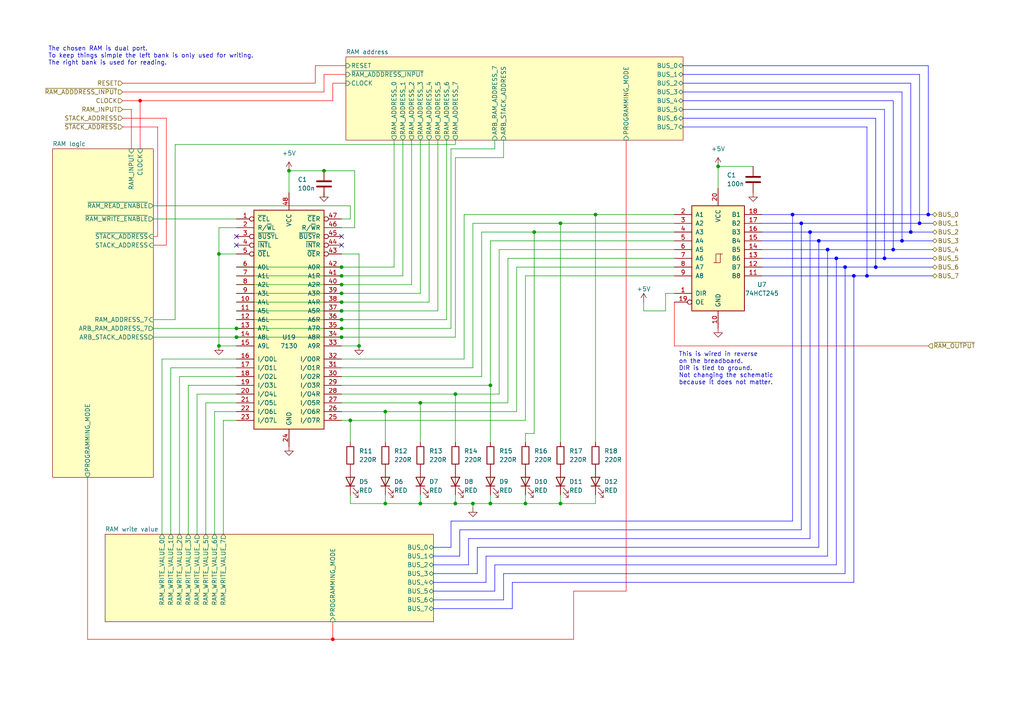
<source format=kicad_sch>
(kicad_sch (version 20230121) (generator eeschema)
  (paper "A4")
  (title_block (title "8-bit CPU") (date "2023-11-28") (rev "1.0") (company "TBR Designs"))
  (lib_symbols
    (symbol "01_my_library:7130SA/LA" (pin_names (offset 1.016))
      (property "Reference" "U" (at 0 0 0))
      (property "Value" "7130SA/LA" (at 0 2.54 0))
      (symbol "7130SA/LA_0_1"
        (rectangle (start -10.16 30.48) (end 10.16 -33.02) (stroke (width 0.254)) (fill (type background)))
      )
      (symbol "7130SA/LA_1_0"
        (pin input line (at -15.24 25.4 0) (length 5.07) (name "R/~{W}L") (number "2"))
      )
      (symbol "7130SA/LA_1_1"
        (pin input inverted (at -15.24 27.94 0) (length 5.07) (name "~{CE}L") (number "1"))
        (pin input line (at -15.24 3.81 0) (length 5.07) (name "A4L") (number "10"))
        (pin input line (at -15.24 1.27 0) (length 5.07) (name "A5L") (number "11"))
        (pin input line (at -15.24 -1.27 0) (length 5.07) (name "A6L") (number "12"))
        (pin input line (at -15.24 -3.81 0) (length 5.07) (name "A7L") (number "13"))
        (pin input line (at -15.24 -6.35 0) (length 5.07) (name "A8L") (number "14"))
        (pin input line (at -15.24 -8.89 0) (length 5.07) (name "A9L") (number "15"))
        (pin bidirectional line (at -15.24 -12.7 0) (length 5.07) (name "I/O0L") (number "16"))
        (pin bidirectional line (at -15.24 -15.24 0) (length 5.07) (name "I/O1L") (number "17"))
        (pin bidirectional line (at -15.24 -17.78 0) (length 5.07) (name "I/O2L") (number "18"))
        (pin bidirectional line (at -15.24 -20.32 0) (length 5.07) (name "I/O3L") (number "19"))
        (pin bidirectional line (at -15.24 -22.86 0) (length 5.07) (name "I/O4L") (number "20"))
        (pin bidirectional line (at -15.24 -25.4 0) (length 5.07) (name "I/O5L") (number "21"))
        (pin bidirectional line (at -15.24 -27.94 0) (length 5.07) (name "I/O6L") (number "22"))
        (pin bidirectional line (at -15.24 -30.48 0) (length 5.07) (name "I/O7L") (number "23"))
        (pin power_in line (at 0 -38.1 90) (length 5.07) (name "GND") (number "24"))
        (pin bidirectional line (at 15.24 -30.48 180) (length 5.07) (name "I/O7R") (number "25"))
        (pin bidirectional line (at 15.24 -27.94 180) (length 5.07) (name "I/O6R") (number "26"))
        (pin bidirectional line (at 15.24 -25.4 180) (length 5.07) (name "I/O5R") (number "27"))
        (pin bidirectional line (at 15.24 -22.86 180) (length 5.07) (name "I/O4R") (number "28"))
        (pin bidirectional line (at 15.24 -20.32 180) (length 5.07) (name "I/O3R") (number "29"))
        (pin output inverted (at -15.24 22.86 0) (length 5.07) (name "~{BUSY}L") (number "3"))
        (pin bidirectional line (at 15.24 -17.78 180) (length 5.07) (name "I/O2R") (number "30"))
        (pin bidirectional line (at 15.24 -15.24 180) (length 5.07) (name "I/O1R") (number "31"))
        (pin bidirectional line (at 15.24 -12.7 180) (length 5.07) (name "I/O0R") (number "32"))
        (pin input line (at 15.24 -8.89 180) (length 5.07) (name "A9R") (number "33"))
        (pin input line (at 15.24 -6.35 180) (length 5.07) (name "A8R") (number "34"))
        (pin input line (at 15.24 -3.81 180) (length 5.07) (name "A7R") (number "35"))
        (pin input line (at 15.24 -1.27 180) (length 5.07) (name "A6R") (number "36"))
        (pin input line (at 15.24 1.27 180) (length 5.07) (name "A5R") (number "37"))
        (pin input line (at 15.24 3.81 180) (length 5.07) (name "A4R") (number "38"))
        (pin input line (at 15.24 6.35 180) (length 5.07) (name "A3R") (number "39"))
        (pin output inverted (at -15.24 20.32 0) (length 5.07) (name "~{INT}L") (number "4"))
        (pin input line (at 15.24 8.89 180) (length 5.07) (name "A2R") (number "40"))
        (pin input line (at 15.24 11.43 180) (length 5.07) (name "A1R") (number "41"))
        (pin input line (at 15.24 13.97 180) (length 5.07) (name "A0R") (number "42"))
        (pin input inverted (at 15.24 17.78 180) (length 5.07) (name "~{OE}R") (number "43"))
        (pin output inverted (at 15.24 20.32 180) (length 5.07) (name "~{INT}R") (number "44"))
        (pin output inverted (at 15.24 22.86 180) (length 5.07) (name "~{BUSY}R") (number "45"))
        (pin input line (at 15.24 25.4 180) (length 5.07) (name "R/~{W}R") (number "46"))
        (pin input inverted (at 15.24 27.94 180) (length 5.07) (name "~{CE}R") (number "47"))
        (pin power_in line (at 0 35.56 270) (length 5.07) (name "VCC") (number "48"))
        (pin input inverted (at -15.24 17.78 0) (length 5.07) (name "~{OE}L") (number "5"))
        (pin input line (at -15.24 13.97 0) (length 5.07) (name "A0L") (number "6"))
        (pin input line (at -15.24 11.43 0) (length 5.07) (name "A1L") (number "7"))
        (pin input line (at -15.24 8.89 0) (length 5.07) (name "A2L") (number "8"))
        (pin input line (at -15.24 6.35 0) (length 5.07) (name "A3L") (number "9"))
      )
    )
    (symbol "01_my_library:74HCT245" (pin_names (offset 1.016))
      (property "Reference" "U" (at -7.62 16.51 0))
      (property "Value" "74HCT245" (at -7.62 -17.78 0))
      (symbol "74HCT245_1_0"
        (polyline (pts (xy -0.635 -1.27) (xy -0.635 1.27) (xy 0.635 1.27)))
        (polyline (pts (xy -1.27 -1.27) (xy 0.635 -1.27) (xy 0.635 1.27) (xy 1.27 1.27)))
        (pin input line (at -12.7 -10.16 0) (length 5.08) (name "DIR") (number "1"))
        (pin power_in line (at 0 -20.32 90) (length 5.08) (name "GND") (number "10"))
        (pin tri_state line (at 12.7 -5.08 180) (length 5.08) (name "B8") (number "11"))
        (pin tri_state line (at 12.7 -2.54 180) (length 5.08) (name "B7") (number "12"))
        (pin tri_state line (at 12.7 0 180) (length 5.08) (name "B6") (number "13"))
        (pin tri_state line (at 12.7 2.54 180) (length 5.08) (name "B5") (number "14"))
        (pin tri_state line (at 12.7 5.08 180) (length 5.08) (name "B4") (number "15"))
        (pin tri_state line (at 12.7 7.62 180) (length 5.08) (name "B3") (number "16"))
        (pin tri_state line (at 12.7 10.16 180) (length 5.08) (name "B2") (number "17"))
        (pin tri_state line (at 12.7 12.7 180) (length 5.08) (name "B1") (number "18"))
        (pin input inverted (at -12.7 -12.7 0) (length 5.08) (name "OE") (number "19"))
        (pin tri_state line (at -12.7 12.7 0) (length 5.08) (name "A1") (number "2"))
        (pin power_in line (at 0 20.32 270) (length 5.08) (name "VCC") (number "20"))
        (pin tri_state line (at -12.7 10.16 0) (length 5.08) (name "A2") (number "3"))
        (pin tri_state line (at -12.7 7.62 0) (length 5.08) (name "A3") (number "4"))
        (pin tri_state line (at -12.7 5.08 0) (length 5.08) (name "A4") (number "5"))
        (pin tri_state line (at -12.7 2.54 0) (length 5.08) (name "A5") (number "6"))
        (pin tri_state line (at -12.7 0 0) (length 5.08) (name "A6") (number "7"))
        (pin tri_state line (at -12.7 -2.54 0) (length 5.08) (name "A7") (number "8"))
        (pin tri_state line (at -12.7 -5.08 0) (length 5.08) (name "A8") (number "9"))
      )
      (symbol "74HCT245_1_1"
        (rectangle (start -7.62 15.24) (end 7.62 -15.24) (stroke (width 0.254)) (fill (type background)))
      )
    )
    (symbol "Device:C" (pin_numbers hide) (pin_names (offset 0.254))
      (property "Reference" "C" (at 0.635 2.54 0))
      (property "Value" "C" (at 0.635 -2.54 0))
      (symbol "C_0_1"
        (polyline (pts (xy -2.032 -0.762) (xy 2.032 -0.762)) (stroke (width 0.508)))
        (polyline (pts (xy -2.032 0.762) (xy 2.032 0.762)) (stroke (width 0.508)))
      )
      (symbol "C_1_1"
        (pin passive line (at 0 3.81 270) (length 2.794) (name "~") (number "1"))
        (pin passive line (at 0 -3.81 90) (length 2.794) (name "~") (number "2"))
      )
    )
    (symbol "Device:LED" (pin_numbers hide) (pin_names (offset 1.016) hide)
      (property "Reference" "D" (at 0 2.54 0))
      (property "Value" "LED" (at 0 -2.54 0))
      (symbol "LED_0_1"
        (polyline (pts (xy -1.27 -1.27) (xy -1.27 1.27)) (stroke (width 0.254)))
        (polyline (pts (xy -1.27 0) (xy 1.27 0)))
        (polyline (pts (xy 1.27 -1.27) (xy 1.27 1.27) (xy -1.27 0) (xy 1.27 -1.27)) (stroke (width 0.254)))
        (polyline (pts (xy -3.048 -0.762) (xy -4.572 -2.286) (xy -3.81 -2.286) (xy -4.572 -2.286) (xy -4.572 -1.524)))
        (polyline (pts (xy -1.778 -0.762) (xy -3.302 -2.286) (xy -2.54 -2.286) (xy -3.302 -2.286) (xy -3.302 -1.524)))
      )
      (symbol "LED_1_1"
        (pin passive line (at -3.81 0 0) (length 2.54) (name "K") (number "1"))
        (pin passive line (at 3.81 0 180) (length 2.54) (name "A") (number "2"))
      )
    )
    (symbol "Device:R" (pin_numbers hide) (pin_names (offset 0))
      (property "Reference" "R" (at 2.032 0 90))
      (property "Value" "R" (at 0 0 90))
      (symbol "R_0_1"
        (rectangle (start -1.016 -2.54) (end 1.016 2.54) (stroke (width 0.254)))
      )
      (symbol "R_1_1"
        (pin passive line (at 0 3.81 270) (length 1.27) (name "~") (number "1"))
        (pin passive line (at 0 -3.81 90) (length 1.27) (name "~") (number "2"))
      )
    )
    (symbol "power:+5V" (power) (pin_names (offset 0))
      (property "Value" "+5V" (at 0 3.556 0))
      (symbol "+5V_0_1"
        (polyline (pts (xy -0.762 1.27) (xy 0 2.54)))
        (polyline (pts (xy 0 0) (xy 0 2.54)))
        (polyline (pts (xy 0 2.54) (xy 0.762 1.27)))
      )
      (symbol "+5V_1_1"
        (pin power_in line (at 0 0 90) (length 0) hide (name "+5V") (number "1"))
      )
    )
    (symbol "power:GND" (power) (pin_names (offset 0))
      (property "Value" "GND" (at 0 -3.81 0))
      (symbol "GND_0_1"
        (polyline (pts (xy 0 0) (xy 0 -1.27) (xy 1.27 -1.27) (xy 0 -2.54) (xy -1.27 -1.27) (xy 0 -1.27)))
      )
      (symbol "GND_1_1"
        (pin power_in line (at 0 0 270) (length 0) hide (name "GND") (number "1"))
      )
    )
  )
  (junction (at 142.24 111.76))
  (junction (at 99.06 82.55))
  (junction (at 256.54 74.93) (color 0 0 255 1))
  (junction (at 121.92 146.05))
  (junction (at 40.64 29.21) (color 255 0 0 1))
  (junction (at 111.76 146.05))
  (junction (at 63.5 73.66))
  (junction (at 99.06 85.09))
  (junction (at 83.82 49.53))
  (junction (at 93.98 49.53))
  (junction (at 63.5 100.33))
  (junction (at 99.06 95.25))
  (junction (at 247.65 80.01) (color 0 0 255 1))
  (junction (at 251.46 80.01) (color 0 0 255 1))
  (junction (at 99.06 97.79))
  (junction (at 154.94 67.31))
  (junction (at 104.14 100.33))
  (junction (at 99.06 92.71))
  (junction (at 111.76 119.38))
  (junction (at 101.6 121.92))
  (junction (at 245.11 77.47) (color 0 0 255 1))
  (junction (at 68.58 97.79))
  (junction (at 269.24 62.23) (color 0 0 255 1))
  (junction (at 172.72 62.23))
  (junction (at 234.95 67.31) (color 0 0 255 1))
  (junction (at 99.06 80.01))
  (junction (at 99.06 77.47))
  (junction (at 264.16 67.31) (color 0 0 255 1))
  (junction (at 121.92 116.84))
  (junction (at 99.06 90.17))
  (junction (at 259.08 72.39) (color 0 0 255 1))
  (junction (at 96.52 185.42) (color 255 0 0 1))
  (junction (at 242.57 74.93) (color 0 0 255 1))
  (junction (at 162.56 64.77))
  (junction (at 229.87 62.23) (color 0 0 255 1))
  (junction (at 232.41 64.77) (color 0 0 255 1))
  (junction (at 68.58 95.25))
  (junction (at 132.08 114.3))
  (junction (at 237.49 69.85) (color 0 0 255 1))
  (junction (at 99.06 87.63))
  (junction (at 152.4 146.05))
  (junction (at 266.7 64.77) (color 0 0 255 1))
  (junction (at 142.24 146.05))
  (junction (at 132.08 146.05))
  (junction (at 254 77.47) (color 0 0 255 1))
  (junction (at 137.16 146.05))
  (junction (at 162.56 146.05))
  (junction (at 240.03 72.39) (color 0 0 255 1))
  (junction (at 208.28 48.26))
  (junction (at 261.62 69.85) (color 0 0 255 1))
  (no_connect (at 68.58 68.58))
  (no_connect (at 99.06 71.12))
  (no_connect (at 68.58 71.12))
  (no_connect (at 99.06 68.58))
  (wire (pts (xy 124.46 40.64) (xy 124.46 87.63)))
  (wire (pts (xy 240.03 72.39) (xy 259.08 72.39)) (stroke (width 0) (color 0 0 255 1)))
  (wire (pts (xy 121.92 116.84) (xy 121.92 128.27)))
  (wire (pts (xy 50.8 41.91) (xy 132.08 41.91)))
  (wire (pts (xy 121.92 116.84) (xy 99.06 116.84)))
  (wire (pts (xy 48.26 34.29) (xy 48.26 71.12)) (stroke (width 0) (color 255 0 0 1)))
  (wire (pts (xy 91.44 24.13) (xy 35.56 24.13)) (stroke (width 0) (color 255 0 0 1)))
  (wire (pts (xy 152.4 146.05) (xy 152.4 143.51)))
  (wire (pts (xy 93.98 26.67) (xy 35.56 26.67)) (stroke (width 0) (color 255 0 0 1)))
  (wire (pts (xy 127 90.17) (xy 99.06 90.17)))
  (wire (pts (xy 195.58 80.01) (xy 152.4 80.01)))
  (wire (pts (xy 247.65 80.01) (xy 251.46 80.01)) (stroke (width 0) (color 0 0 255 1)))
  (wire (pts (xy 254 34.29) (xy 254 77.47)) (stroke (width 0) (color 0 0 255 1)))
  (wire (pts (xy 142.24 111.76) (xy 99.06 111.76)))
  (wire (pts (xy 35.56 36.83) (xy 45.72 36.83)) (stroke (width 0) (color 255 0 0 1)))
  (wire (pts (xy 101.6 121.92) (xy 99.06 121.92)))
  (wire (pts (xy 181.61 171.45) (xy 166.37 171.45)) (stroke (width 0) (color 255 0 0 1)))
  (wire (pts (xy 220.98 72.39) (xy 240.03 72.39)) (stroke (width 0) (color 0 0 255 1)))
  (wire (pts (xy 125.73 176.53) (xy 148.59 176.53)) (stroke (width 0) (color 0 0 255 1)))
  (wire (pts (xy 162.56 64.77) (xy 162.56 128.27)))
  (wire (pts (xy 198.12 36.83) (xy 251.46 36.83)) (stroke (width 0) (color 0 0 255 1)))
  (wire (pts (xy 25.4 138.43) (xy 25.4 185.42)) (stroke (width 0) (color 255 0 0 1)))
  (wire (pts (xy 64.77 121.92) (xy 64.77 154.94)))
  (wire (pts (xy 146.05 45.72) (xy 132.08 45.72)))
  (wire (pts (xy 129.54 92.71) (xy 99.06 92.71)))
  (wire (pts (xy 111.76 146.05) (xy 111.76 143.51)))
  (wire (pts (xy 44.45 63.5) (xy 68.58 63.5)))
  (wire (pts (xy 232.41 64.77) (xy 266.7 64.77)) (stroke (width 0) (color 0 0 255 1)))
  (wire (pts (xy 130.81 151.13) (xy 229.87 151.13)) (stroke (width 0) (color 0 0 255 1)))
  (wire (pts (xy 99.06 104.14) (xy 134.62 104.14)))
  (wire (pts (xy 220.98 77.47) (xy 245.11 77.47)) (stroke (width 0) (color 0 0 255 1)))
  (wire (pts (xy 195.58 74.93) (xy 147.32 74.93)))
  (wire (pts (xy 121.92 40.64) (xy 121.92 85.09)))
  (wire (pts (xy 52.07 109.22) (xy 52.07 154.94)))
  (wire (pts (xy 44.45 92.71) (xy 50.8 92.71)))
  (wire (pts (xy 198.12 19.05) (xy 269.24 19.05)) (stroke (width 0) (color 0 0 255 1)))
  (wire (pts (xy 229.87 62.23) (xy 269.24 62.23)) (stroke (width 0) (color 0 0 255 1)))
  (wire (pts (xy 135.89 156.21) (xy 234.95 156.21)) (stroke (width 0) (color 0 0 255 1)))
  (wire (pts (xy 130.81 95.25) (xy 99.06 95.25)))
  (wire (pts (xy 208.28 48.26) (xy 218.44 48.26)))
  (wire (pts (xy 111.76 119.38) (xy 149.86 119.38)))
  (wire (pts (xy 132.08 40.64) (xy 132.08 41.91)))
  (wire (pts (xy 121.92 85.09) (xy 99.06 85.09)))
  (wire (pts (xy 68.58 87.63) (xy 99.06 87.63)))
  (wire (pts (xy 240.03 72.39) (xy 240.03 161.29)) (stroke (width 0) (color 0 0 255 1)))
  (wire (pts (xy 125.73 171.45) (xy 143.51 171.45)) (stroke (width 0) (color 0 0 255 1)))
  (wire (pts (xy 220.98 64.77) (xy 232.41 64.77)) (stroke (width 0) (color 0 0 255 1)))
  (wire (pts (xy 140.97 168.91) (xy 140.97 161.29)) (stroke (width 0) (color 0 0 255 1)))
  (wire (pts (xy 111.76 119.38) (xy 111.76 128.27)))
  (wire (pts (xy 146.05 40.64) (xy 146.05 45.72)))
  (wire (pts (xy 135.89 163.83) (xy 135.89 156.21)) (stroke (width 0) (color 0 0 255 1)))
  (wire (pts (xy 134.62 62.23) (xy 172.72 62.23)))
  (wire (pts (xy 68.58 111.76) (xy 54.61 111.76)))
  (wire (pts (xy 259.08 29.21) (xy 259.08 72.39)) (stroke (width 0) (color 0 0 255 1)))
  (wire (pts (xy 186.69 90.17) (xy 186.69 87.63)))
  (wire (pts (xy 100.33 21.59) (xy 93.98 21.59)) (stroke (width 0) (color 255 0 0 1)))
  (wire (pts (xy 35.56 29.21) (xy 40.64 29.21)) (stroke (width 0) (color 255 0 0 1)))
  (wire (pts (xy 99.06 66.04) (xy 102.87 66.04)))
  (wire (pts (xy 68.58 114.3) (xy 57.15 114.3)))
  (wire (pts (xy 132.08 45.72) (xy 132.08 97.79)))
  (wire (pts (xy 142.24 146.05) (xy 152.4 146.05)))
  (wire (pts (xy 237.49 69.85) (xy 237.49 158.75)) (stroke (width 0) (color 0 0 255 1)))
  (wire (pts (xy 38.1 31.75) (xy 38.1 43.18)) (stroke (width 0) (color 255 0 0 1)))
  (wire (pts (xy 208.28 54.61) (xy 208.28 48.26)))
  (wire (pts (xy 137.16 147.32) (xy 137.16 146.05)))
  (wire (pts (xy 68.58 73.66) (xy 63.5 73.66)))
  (wire (pts (xy 251.46 80.01) (xy 270.51 80.01)) (stroke (width 0) (color 0 0 255 1)))
  (wire (pts (xy 68.58 116.84) (xy 59.69 116.84)))
  (wire (pts (xy 101.6 63.5) (xy 99.06 63.5)))
  (wire (pts (xy 62.23 119.38) (xy 62.23 154.94)))
  (wire (pts (xy 68.58 100.33) (xy 63.5 100.33)))
  (wire (pts (xy 254 77.47) (xy 270.51 77.47)) (stroke (width 0) (color 0 0 255 1)))
  (wire (pts (xy 133.35 161.29) (xy 133.35 153.67)) (stroke (width 0) (color 0 0 255 1)))
  (wire (pts (xy 100.33 19.05) (xy 91.44 19.05)) (stroke (width 0) (color 255 0 0 1)))
  (wire (pts (xy 130.81 158.75) (xy 130.81 151.13)) (stroke (width 0) (color 0 0 255 1)))
  (wire (pts (xy 124.46 87.63) (xy 99.06 87.63)))
  (wire (pts (xy 63.5 66.04) (xy 63.5 73.66)))
  (wire (pts (xy 104.14 73.66) (xy 104.14 100.33)))
  (wire (pts (xy 46.99 104.14) (xy 46.99 154.94)))
  (wire (pts (xy 125.73 158.75) (xy 130.81 158.75)) (stroke (width 0) (color 0 0 255 1)))
  (wire (pts (xy 232.41 64.77) (xy 232.41 153.67)) (stroke (width 0) (color 0 0 255 1)))
  (wire (pts (xy 269.24 62.23) (xy 269.24 19.05)) (stroke (width 0) (color 0 0 255 1)))
  (wire (pts (xy 44.45 97.79) (xy 68.58 97.79)))
  (wire (pts (xy 125.73 168.91) (xy 140.97 168.91)) (stroke (width 0) (color 0 0 255 1)))
  (wire (pts (xy 144.78 72.39) (xy 195.58 72.39)))
  (wire (pts (xy 198.12 34.29) (xy 254 34.29)) (stroke (width 0) (color 0 0 255 1)))
  (wire (pts (xy 193.04 85.09) (xy 195.58 85.09)))
  (wire (pts (xy 125.73 173.99) (xy 146.05 173.99)) (stroke (width 0) (color 0 0 255 1)))
  (wire (pts (xy 181.61 40.64) (xy 181.61 171.45)) (stroke (width 0) (color 255 0 0 1)))
  (wire (pts (xy 146.05 173.99) (xy 146.05 166.37)) (stroke (width 0) (color 0 0 255 1)))
  (wire (pts (xy 68.58 95.25) (xy 99.06 95.25)))
  (wire (pts (xy 152.4 146.05) (xy 162.56 146.05)))
  (wire (pts (xy 68.58 97.79) (xy 99.06 97.79)))
  (wire (pts (xy 198.12 29.21) (xy 259.08 29.21)) (stroke (width 0) (color 0 0 255 1)))
  (wire (pts (xy 143.51 40.64) (xy 143.51 43.18)))
  (wire (pts (xy 134.62 104.14) (xy 134.62 62.23)))
  (wire (pts (xy 111.76 146.05) (xy 121.92 146.05)))
  (wire (pts (xy 132.08 146.05) (xy 132.08 143.51)))
  (wire (pts (xy 149.86 119.38) (xy 149.86 77.47)))
  (wire (pts (xy 44.45 95.25) (xy 68.58 95.25)))
  (wire (pts (xy 99.06 119.38) (xy 111.76 119.38)))
  (wire (pts (xy 198.12 31.75) (xy 256.54 31.75)) (stroke (width 0) (color 0 0 255 1)))
  (wire (pts (xy 102.87 66.04) (xy 102.87 49.53)))
  (wire (pts (xy 132.08 146.05) (xy 137.16 146.05)))
  (wire (pts (xy 99.06 82.55) (xy 119.38 82.55)))
  (wire (pts (xy 147.32 74.93) (xy 147.32 116.84)))
  (wire (pts (xy 245.11 77.47) (xy 254 77.47)) (stroke (width 0) (color 0 0 255 1)))
  (wire (pts (xy 152.4 128.27) (xy 152.4 125.73)))
  (wire (pts (xy 35.56 34.29) (xy 48.26 34.29)) (stroke (width 0) (color 255 0 0 1)))
  (wire (pts (xy 68.58 92.71) (xy 99.06 92.71)))
  (wire (pts (xy 143.51 163.83) (xy 242.57 163.83)) (stroke (width 0) (color 0 0 255 1)))
  (wire (pts (xy 137.16 64.77) (xy 137.16 106.68)))
  (wire (pts (xy 54.61 111.76) (xy 54.61 154.94)))
  (wire (pts (xy 242.57 74.93) (xy 242.57 163.83)) (stroke (width 0) (color 0 0 255 1)))
  (wire (pts (xy 99.06 73.66) (xy 104.14 73.66)))
  (wire (pts (xy 237.49 69.85) (xy 261.62 69.85)) (stroke (width 0) (color 0 0 255 1)))
  (wire (pts (xy 91.44 19.05) (xy 91.44 24.13)) (stroke (width 0) (color 255 0 0 1)))
  (wire (pts (xy 142.24 146.05) (xy 142.24 143.51)))
  (wire (pts (xy 162.56 146.05) (xy 172.72 146.05)))
  (wire (pts (xy 261.62 26.67) (xy 261.62 69.85)) (stroke (width 0) (color 0 0 255 1)))
  (wire (pts (xy 198.12 26.67) (xy 261.62 26.67)) (stroke (width 0) (color 0 0 255 1)))
  (wire (pts (xy 50.8 41.91) (xy 50.8 92.71)))
  (wire (pts (xy 220.98 74.93) (xy 242.57 74.93)) (stroke (width 0) (color 0 0 255 1)))
  (wire (pts (xy 99.06 100.33) (xy 104.14 100.33)))
  (wire (pts (xy 125.73 161.29) (xy 133.35 161.29)) (stroke (width 0) (color 0 0 255 1)))
  (wire (pts (xy 101.6 59.69) (xy 101.6 63.5)))
  (wire (pts (xy 68.58 106.68) (xy 49.53 106.68)))
  (wire (pts (xy 247.65 168.91) (xy 247.65 80.01)) (stroke (width 0) (color 0 0 255 1)))
  (wire (pts (xy 138.43 158.75) (xy 237.49 158.75)) (stroke (width 0) (color 0 0 255 1)))
  (wire (pts (xy 259.08 72.39) (xy 270.51 72.39)) (stroke (width 0) (color 0 0 255 1)))
  (wire (pts (xy 234.95 67.31) (xy 264.16 67.31)) (stroke (width 0) (color 0 0 255 1)))
  (wire (pts (xy 220.98 62.23) (xy 229.87 62.23)) (stroke (width 0) (color 0 0 255 1)))
  (wire (pts (xy 129.54 40.64) (xy 129.54 92.71)))
  (wire (pts (xy 195.58 87.63) (xy 195.58 100.33)) (stroke (width 0) (color 255 0 0 1)))
  (wire (pts (xy 99.06 114.3) (xy 132.08 114.3)))
  (wire (pts (xy 130.81 43.18) (xy 130.81 95.25)))
  (wire (pts (xy 40.64 29.21) (xy 40.64 43.18)) (stroke (width 0) (color 255 0 0 1)))
  (wire (pts (xy 59.69 116.84) (xy 59.69 154.94)))
  (wire (pts (xy 148.59 176.53) (xy 148.59 168.91)) (stroke (width 0) (color 0 0 255 1)))
  (wire (pts (xy 198.12 24.13) (xy 264.16 24.13)) (stroke (width 0) (color 0 0 255 1)))
  (wire (pts (xy 68.58 109.22) (xy 52.07 109.22)))
  (wire (pts (xy 269.24 100.33) (xy 195.58 100.33)) (stroke (width 0) (color 255 0 0 1)))
  (wire (pts (xy 100.33 24.13) (xy 96.52 24.13)) (stroke (width 0) (color 255 0 0 1)))
  (wire (pts (xy 256.54 31.75) (xy 256.54 74.93)) (stroke (width 0) (color 0 0 255 1)))
  (wire (pts (xy 162.56 64.77) (xy 137.16 64.77)))
  (wire (pts (xy 143.51 171.45) (xy 143.51 163.83)) (stroke (width 0) (color 0 0 255 1)))
  (wire (pts (xy 25.4 185.42) (xy 96.52 185.42)) (stroke (width 0) (color 255 0 0 1)))
  (wire (pts (xy 101.6 121.92) (xy 101.6 128.27)))
  (wire (pts (xy 195.58 69.85) (xy 142.24 69.85)))
  (wire (pts (xy 68.58 119.38) (xy 62.23 119.38)))
  (wire (pts (xy 142.24 69.85) (xy 142.24 111.76)))
  (wire (pts (xy 99.06 80.01) (xy 116.84 80.01)))
  (wire (pts (xy 63.5 73.66) (xy 63.5 100.33)))
  (wire (pts (xy 114.3 77.47) (xy 114.3 40.64)))
  (wire (pts (xy 166.37 171.45) (xy 166.37 185.42)) (stroke (width 0) (color 255 0 0 1)))
  (wire (pts (xy 116.84 80.01) (xy 116.84 40.64)))
  (wire (pts (xy 44.45 59.69) (xy 101.6 59.69)))
  (wire (pts (xy 99.06 109.22) (xy 139.7 109.22)))
  (wire (pts (xy 48.26 71.12) (xy 44.45 71.12)) (stroke (width 0) (color 255 0 0 1)))
  (wire (pts (xy 121.92 146.05) (xy 121.92 143.51)))
  (wire (pts (xy 186.69 90.17) (xy 193.04 90.17)))
  (wire (pts (xy 68.58 80.01) (xy 99.06 80.01)))
  (wire (pts (xy 266.7 64.77) (xy 270.51 64.77)) (stroke (width 0) (color 0 0 255 1)))
  (wire (pts (xy 83.82 49.53) (xy 93.98 49.53)))
  (wire (pts (xy 99.06 106.68) (xy 137.16 106.68)))
  (wire (pts (xy 57.15 114.3) (xy 57.15 154.94)))
  (wire (pts (xy 139.7 67.31) (xy 154.94 67.31)))
  (wire (pts (xy 149.86 77.47) (xy 195.58 77.47)))
  (wire (pts (xy 152.4 121.92) (xy 101.6 121.92)))
  (wire (pts (xy 142.24 111.76) (xy 142.24 128.27)))
  (wire (pts (xy 193.04 90.17) (xy 193.04 85.09)))
  (wire (pts (xy 261.62 69.85) (xy 270.51 69.85)) (stroke (width 0) (color 0 0 255 1)))
  (wire (pts (xy 220.98 80.01) (xy 247.65 80.01)) (stroke (width 0) (color 0 0 255 1)))
  (wire (pts (xy 140.97 161.29) (xy 240.03 161.29)) (stroke (width 0) (color 0 0 255 1)))
  (wire (pts (xy 68.58 121.92) (xy 64.77 121.92)))
  (wire (pts (xy 132.08 97.79) (xy 99.06 97.79)))
  (wire (pts (xy 245.11 77.47) (xy 245.11 166.37)) (stroke (width 0) (color 0 0 255 1)))
  (wire (pts (xy 132.08 114.3) (xy 144.78 114.3)))
  (wire (pts (xy 220.98 67.31) (xy 234.95 67.31)) (stroke (width 0) (color 0 0 255 1)))
  (wire (pts (xy 264.16 24.13) (xy 264.16 67.31)) (stroke (width 0) (color 0 0 255 1)))
  (wire (pts (xy 242.57 74.93) (xy 256.54 74.93)) (stroke (width 0) (color 0 0 255 1)))
  (wire (pts (xy 152.4 125.73) (xy 154.94 125.73)))
  (wire (pts (xy 251.46 36.83) (xy 251.46 80.01)) (stroke (width 0) (color 0 0 255 1)))
  (wire (pts (xy 146.05 166.37) (xy 245.11 166.37)) (stroke (width 0) (color 0 0 255 1)))
  (wire (pts (xy 266.7 21.59) (xy 266.7 64.77)) (stroke (width 0) (color 0 0 255 1)))
  (wire (pts (xy 101.6 146.05) (xy 101.6 143.51)))
  (wire (pts (xy 220.98 69.85) (xy 237.49 69.85)) (stroke (width 0) (color 0 0 255 1)))
  (wire (pts (xy 270.51 62.23) (xy 269.24 62.23)) (stroke (width 0) (color 0 0 255 1)))
  (wire (pts (xy 93.98 55.88) (xy 93.98 57.15)))
  (wire (pts (xy 45.72 68.58) (xy 44.45 68.58)) (stroke (width 0) (color 255 0 0 1)))
  (wire (pts (xy 93.98 21.59) (xy 93.98 26.67)) (stroke (width 0) (color 255 0 0 1)))
  (wire (pts (xy 96.52 185.42) (xy 96.52 180.34)) (stroke (width 0) (color 255 0 0 1)))
  (wire (pts (xy 96.52 29.21) (xy 40.64 29.21)) (stroke (width 0) (color 255 0 0 1)))
  (wire (pts (xy 195.58 64.77) (xy 162.56 64.77)))
  (wire (pts (xy 154.94 67.31) (xy 195.58 67.31)))
  (wire (pts (xy 133.35 153.67) (xy 232.41 153.67)) (stroke (width 0) (color 0 0 255 1)))
  (wire (pts (xy 137.16 146.05) (xy 142.24 146.05)))
  (wire (pts (xy 172.72 62.23) (xy 195.58 62.23)))
  (wire (pts (xy 139.7 109.22) (xy 139.7 67.31)))
  (wire (pts (xy 125.73 166.37) (xy 138.43 166.37)) (stroke (width 0) (color 0 0 255 1)))
  (wire (pts (xy 172.72 146.05) (xy 172.72 143.51)))
  (wire (pts (xy 93.98 49.53) (xy 102.87 49.53)))
  (wire (pts (xy 148.59 168.91) (xy 247.65 168.91)) (stroke (width 0) (color 0 0 255 1)))
  (wire (pts (xy 125.73 163.83) (xy 135.89 163.83)) (stroke (width 0) (color 0 0 255 1)))
  (wire (pts (xy 119.38 82.55) (xy 119.38 40.64)))
  (wire (pts (xy 256.54 74.93) (xy 270.51 74.93)) (stroke (width 0) (color 0 0 255 1)))
  (wire (pts (xy 68.58 77.47) (xy 99.06 77.47)))
  (wire (pts (xy 127 40.64) (xy 127 90.17)))
  (wire (pts (xy 166.37 185.42) (xy 96.52 185.42)) (stroke (width 0) (color 255 0 0 1)))
  (wire (pts (xy 68.58 66.04) (xy 63.5 66.04)))
  (wire (pts (xy 198.12 21.59) (xy 266.7 21.59)) (stroke (width 0) (color 0 0 255 1)))
  (wire (pts (xy 45.72 36.83) (xy 45.72 68.58)) (stroke (width 0) (color 255 0 0 1)))
  (wire (pts (xy 147.32 116.84) (xy 121.92 116.84)))
  (wire (pts (xy 96.52 24.13) (xy 96.52 29.21)) (stroke (width 0) (color 255 0 0 1)))
  (wire (pts (xy 99.06 77.47) (xy 114.3 77.47)))
  (wire (pts (xy 162.56 146.05) (xy 162.56 143.51)))
  (wire (pts (xy 68.58 90.17) (xy 99.06 90.17)))
  (wire (pts (xy 143.51 43.18) (xy 130.81 43.18)))
  (wire (pts (xy 132.08 114.3) (xy 132.08 128.27)))
  (wire (pts (xy 101.6 146.05) (xy 111.76 146.05)))
  (wire (pts (xy 121.92 146.05) (xy 132.08 146.05)))
  (wire (pts (xy 144.78 114.3) (xy 144.78 72.39)))
  (wire (pts (xy 68.58 104.14) (xy 46.99 104.14)))
  (wire (pts (xy 264.16 67.31) (xy 270.51 67.31)) (stroke (width 0) (color 0 0 255 1)))
  (wire (pts (xy 83.82 49.53) (xy 83.82 55.88)))
  (wire (pts (xy 229.87 151.13) (xy 229.87 62.23)) (stroke (width 0) (color 0 0 255 1)))
  (wire (pts (xy 234.95 67.31) (xy 234.95 156.21)) (stroke (width 0) (color 0 0 255 1)))
  (wire (pts (xy 49.53 106.68) (xy 49.53 154.94)))
  (wire (pts (xy 172.72 62.23) (xy 172.72 128.27)))
  (wire (pts (xy 68.58 85.09) (xy 99.06 85.09)))
  (wire (pts (xy 152.4 80.01) (xy 152.4 121.92)))
  (wire (pts (xy 154.94 67.31) (xy 154.94 125.73)))
  (wire (pts (xy 35.56 31.75) (xy 38.1 31.75)) (stroke (width 0) (color 255 0 0 1)))
  (wire (pts (xy 68.58 82.55) (xy 99.06 82.55)))
  (wire (pts (xy 138.43 166.37) (xy 138.43 158.75)) (stroke (width 0) (color 0 0 255 1)))
  (text "This is wired in reverse\non the breadboard.\nDIR is tied to ground.\nNot changing the schematic\nbecause it does not matter." (at 196.85 111.76 0) (effects (font (size 1.27 1.27)) (justify left bottom)))
  (text "The chosen RAM is dual port.\nTo keep things simple the left bank is only used for writing.\nThe right bank is used for reading." (at 13.97 19.05 0) (effects (font (size 1.27 1.27)) (justify left bottom)))
  (hierarchical_label "BUS_1" (shape bidirectional) (at 270.51 64.77 0))
  (hierarchical_label "BUS_6" (shape bidirectional) (at 270.51 77.47 0))
  (hierarchical_label "~{RAM_OUTPUT}" (shape input) (at 269.24 100.33 0))
  (hierarchical_label "BUS_5" (shape bidirectional) (at 270.51 74.93 0))
  (hierarchical_label "RESET" (shape input) (at 35.56 24.13 180))
  (hierarchical_label "BUS_7" (shape bidirectional) (at 270.51 80.01 0))
  (hierarchical_label "STACK_ADDRESS" (shape input) (at 35.56 34.29 180))
  (hierarchical_label "BUS_4" (shape bidirectional) (at 270.51 72.39 0))
  (hierarchical_label "~{STACK_ADDRESS}" (shape input) (at 35.56 36.83 180))
  (hierarchical_label "BUS_2" (shape bidirectional) (at 270.51 67.31 0))
  (hierarchical_label "BUS_0" (shape bidirectional) (at 270.51 62.23 0))
  (hierarchical_label "CLOCK" (shape input) (at 35.56 29.21 180))
  (hierarchical_label "RAM_INPUT" (shape input) (at 35.56 31.75 180))
  (hierarchical_label "~{RAM_ADDDRESS_INPUT}" (shape input) (at 35.56 26.67 180))
  (hierarchical_label "BUS_3" (shape bidirectional) (at 270.51 69.85 0))
  (symbol (lib_id "Device:LED") (at 152.4 139.7 90) (unit 1)
    (property "Reference" "D10" (at 154.94 139.7 90) (effects (justify right)))
    (property "Value" "RED" (at 154.94 142.24 90) (effects (justify right)))
    (property "Footprint" "LED_THT:LED_D5.0mm" (effects hide))
    (instances (project "8-bit-cpu" (path "" (reference "D10") (unit 1)) (path "" (reference "D26") (unit 1)) (path "" (reference "D42") (unit 1))))
  )
  (symbol (lib_id "Device:C") (at 93.98 53.34 0) (unit 1)
    (property "Reference" "C1" (at 86.36 52.07 0) (effects (justify left)))
    (property "Value" "100n" (at 86.36 54.61 0) (effects (justify left)))
    (property "Footprint" "01_my_library:C_Disc_D4.0mm_W2.6mm_P2.50mm" (effects hide))
    (instances (project "8-bit-cpu" (path "" (reference "C1") (unit 1)) (path "" (reference "C34") (unit 1)) (path "" (reference "C25") (unit 1))))
  )
  (symbol (lib_id "power:+5V") (at 186.69 87.63 0) (unit 1)
    (property "Reference" "#PWR040" (effects hide))
    (property "Value" "+5V" (at 186.69 83.82 0))
    (instances (project "8-bit-cpu" (path "" (reference "#PWR040") (unit 1)) (path "" (reference "#PWR046") (unit 1)) (path "" (reference "#PWR057") (unit 1)) (path "" (reference "#PWR081") (unit 1))))
  )
  (symbol (lib_id "power:GND") (at 83.82 129.54 0) (unit 1)
    (property "Reference" "#PWR03" (effects hide))
    (property "Value" "GND" (effects hide))
    (instances (project "8-bit-cpu" (path "" (reference "#PWR03") (unit 1)) (path "" (reference "#PWR039") (unit 1)) (path "" (reference "#PWR047") (unit 1)) (path "" (reference "#PWR058") (unit 1)) (path "" (reference "#PWR085") (unit 1))))
  )
  (symbol (lib_id "Device:LED") (at 142.24 139.7 90) (unit 1)
    (property "Reference" "D9" (at 144.78 139.7 90) (effects (justify right)))
    (property "Value" "RED" (at 144.78 142.24 90) (effects (justify right)))
    (property "Footprint" "LED_THT:LED_D5.0mm" (effects hide))
    (instances (project "8-bit-cpu" (path "" (reference "D9") (unit 1)) (path "" (reference "D25") (unit 1)) (path "" (reference "D41") (unit 1))))
  )
  (symbol (lib_id "Device:LED") (at 162.56 139.7 90) (unit 1)
    (property "Reference" "D11" (at 165.1 139.7 90) (effects (justify right)))
    (property "Value" "RED" (at 165.1 142.24 90) (effects (justify right)))
    (property "Footprint" "LED_THT:LED_D5.0mm" (effects hide))
    (instances (project "8-bit-cpu" (path "" (reference "D11") (unit 1)) (path "" (reference "D27") (unit 1)) (path "" (reference "D43") (unit 1))))
  )
  (symbol (lib_id "01_my_library:7130SA/LA") (at 83.82 91.44 0) (unit 1)
    (property "Reference" "U19" (at 83.82 97.79 0))
    (property "Value" "7130" (at 83.82 100.33 0))
    (property "Footprint" "Package_DIP:DIP-48_W15.24mm" (effects hide))
    (property "Datasheet" "https://www.mouser.be/datasheet/2/698/REN_7130_DST_20210712-1996079.pdf" (effects hide))
  )
  (symbol (lib_id "Device:LED") (at 101.6 139.7 90) (unit 1)
    (property "Reference" "D5" (at 104.14 139.7 90) (effects (justify right)))
    (property "Value" "RED" (at 104.14 142.24 90) (effects (justify right)))
    (property "Footprint" "LED_THT:LED_D5.0mm" (effects hide))
    (instances (project "8-bit-cpu" (path "" (reference "D5") (unit 1)) (path "" (reference "D21") (unit 1)) (path "" (reference "D37") (unit 1))))
  )
  (symbol (lib_id "power:GND") (at 63.5 100.33 0) (unit 1)
    (property "Reference" "#PWR012" (effects hide))
    (property "Value" "GND" (effects hide))
    (instances (project "8-bit-cpu" (path "" (reference "#PWR012") (unit 1)) (path "" (reference "#PWR0107") (unit 1)) (path "" (reference "#PWR083") (unit 1))))
  )
  (symbol (lib_id "Device:R") (at 111.76 132.08 0) (unit 1)
    (property "Reference" "R12" (at 114.3 130.81 0) (effects (justify left)))
    (property "Value" "220R" (at 114.3 133.35 0) (effects (justify left)))
    (property "Footprint" "Resistor_THT:R_Axial_DIN0204_L3.6mm_D1.6mm_P7.62mm_Horizontal" (effects hide))
    (instances (project "8-bit-cpu" (path "" (reference "R12") (unit 1)) (path "" (reference "R36") (unit 1)) (path "" (reference "R52") (unit 1))))
  )
  (symbol (lib_id "power:GND") (at 104.14 100.33 0) (unit 1)
    (property "Reference" "#PWR012" (effects hide))
    (property "Value" "GND" (effects hide))
    (instances (project "8-bit-cpu" (path "" (reference "#PWR012") (unit 1)) (path "" (reference "#PWR0107") (unit 1)) (path "" (reference "#PWR084") (unit 1))))
  )
  (symbol (lib_id "01_my_library:74HCT245") (at 208.28 74.93 0) (unit 1)
    (property "Reference" "U7" (at 220.98 82.55 0))
    (property "Value" "74HCT245" (at 220.98 85.09 0))
    (property "Footprint" "Package_DIP:DIP-20_W7.62mm" (effects hide))
    (property "Datasheet" "https://www.ti.com/lit/ds/symlink/sn74hct245.pdf?ts=1702763405638&ref_url=https%253A%252F%252Fwww.google.com%252F" (effects hide))
    (instances (project "8-bit-cpu" (path "" (reference "U7") (unit 1)) (path "" (reference "U10") (unit 1)) (path "" (reference "U13") (unit 1)) (path "" (reference "U19") (unit 1)) (path "" (reference "U18") (unit 1))))
  )
  (symbol (lib_id "power:GND") (at 137.16 147.32 0) (unit 1)
    (property "Reference" "#PWR045" (effects hide))
    (property "Value" "GND" (effects hide))
    (instances (project "8-bit-cpu" (path "" (reference "#PWR045") (unit 1)) (path "" (reference "#PWR059") (unit 1)) (path "" (reference "#PWR086") (unit 1))))
  )
  (symbol (lib_id "Device:R") (at 172.72 132.08 0) (unit 1)
    (property "Reference" "R18" (at 175.26 130.81 0) (effects (justify left)))
    (property "Value" "220R" (at 175.26 133.35 0) (effects (justify left)))
    (property "Footprint" "Resistor_THT:R_Axial_DIN0204_L3.6mm_D1.6mm_P7.62mm_Horizontal" (effects hide))
    (instances (project "8-bit-cpu" (path "" (reference "R18") (unit 1)) (path "" (reference "R42") (unit 1)) (path "" (reference "R58") (unit 1))))
  )
  (symbol (lib_id "Device:R") (at 101.6 132.08 0) (unit 1)
    (property "Reference" "R11" (at 104.14 130.81 0) (effects (justify left)))
    (property "Value" "220R" (at 104.14 133.35 0) (effects (justify left)))
    (property "Footprint" "Resistor_THT:R_Axial_DIN0204_L3.6mm_D1.6mm_P7.62mm_Horizontal" (effects hide))
    (instances (project "8-bit-cpu" (path "" (reference "R11") (unit 1)) (path "" (reference "R35") (unit 1)) (path "" (reference "R51") (unit 1))))
  )
  (symbol (lib_id "Device:R") (at 142.24 132.08 0) (unit 1)
    (property "Reference" "R15" (at 144.78 130.81 0) (effects (justify left)))
    (property "Value" "220R" (at 144.78 133.35 0) (effects (justify left)))
    (property "Footprint" "Resistor_THT:R_Axial_DIN0204_L3.6mm_D1.6mm_P7.62mm_Horizontal" (effects hide))
    (instances (project "8-bit-cpu" (path "" (reference "R15") (unit 1)) (path "" (reference "R39") (unit 1)) (path "" (reference "R55") (unit 1))))
  )
  (symbol (lib_id "Device:R") (at 162.56 132.08 0) (unit 1)
    (property "Reference" "R17" (at 165.1 130.81 0) (effects (justify left)))
    (property "Value" "220R" (at 165.1 133.35 0) (effects (justify left)))
    (property "Footprint" "Resistor_THT:R_Axial_DIN0204_L3.6mm_D1.6mm_P7.62mm_Horizontal" (effects hide))
    (instances (project "8-bit-cpu" (path "" (reference "R17") (unit 1)) (path "" (reference "R41") (unit 1)) (path "" (reference "R57") (unit 1))))
  )
  (symbol (lib_id "Device:LED") (at 111.76 139.7 90) (unit 1)
    (property "Reference" "D6" (at 114.3 139.7 90) (effects (justify right)))
    (property "Value" "RED" (at 114.3 142.24 90) (effects (justify right)))
    (property "Footprint" "LED_THT:LED_D5.0mm" (effects hide))
    (instances (project "8-bit-cpu" (path "" (reference "D6") (unit 1)) (path "" (reference "D22") (unit 1)) (path "" (reference "D38") (unit 1))))
  )
  (symbol (lib_id "Device:R") (at 121.92 132.08 0) (unit 1)
    (property "Reference" "R13" (at 124.46 130.81 0) (effects (justify left)))
    (property "Value" "220R" (at 124.46 133.35 0) (effects (justify left)))
    (property "Footprint" "Resistor_THT:R_Axial_DIN0204_L3.6mm_D1.6mm_P7.62mm_Horizontal" (effects hide))
    (instances (project "8-bit-cpu" (path "" (reference "R13") (unit 1)) (path "" (reference "R37") (unit 1)) (path "" (reference "R53") (unit 1))))
  )
  (symbol (lib_id "power:GND") (at 93.98 55.88 0) (unit 1)
    (property "Reference" "#PWR012" (effects hide))
    (property "Value" "GND" (effects hide))
    (instances (project "8-bit-cpu" (path "" (reference "#PWR012") (unit 1)) (path "" (reference "#PWR0107") (unit 1)) (path "" (reference "#PWR079") (unit 1))))
  )
  (symbol (lib_id "Device:R") (at 132.08 132.08 0) (unit 1)
    (property "Reference" "R14" (at 134.62 130.81 0) (effects (justify left)))
    (property "Value" "220R" (at 134.62 133.35 0) (effects (justify left)))
    (property "Footprint" "Resistor_THT:R_Axial_DIN0204_L3.6mm_D1.6mm_P7.62mm_Horizontal" (effects hide))
    (instances (project "8-bit-cpu" (path "" (reference "R14") (unit 1)) (path "" (reference "R38") (unit 1)) (path "" (reference "R54") (unit 1))))
  )
  (symbol (lib_id "power:GND") (at 208.28 95.25 0) (unit 1)
    (property "Reference" "#PWR012" (effects hide))
    (property "Value" "GND" (effects hide))
    (instances (project "8-bit-cpu" (path "" (reference "#PWR012") (unit 1)) (path "" (reference "#PWR0107") (unit 1)) (path "" (reference "#PWR082") (unit 1))))
  )
  (symbol (lib_id "Device:LED") (at 132.08 139.7 90) (unit 1)
    (property "Reference" "D8" (at 134.62 139.7 90) (effects (justify right)))
    (property "Value" "RED" (at 134.62 142.24 90) (effects (justify right)))
    (property "Footprint" "LED_THT:LED_D5.0mm" (effects hide))
    (instances (project "8-bit-cpu" (path "" (reference "D8") (unit 1)) (path "" (reference "D24") (unit 1)) (path "" (reference "D40") (unit 1))))
  )
  (symbol (lib_id "power:+5V") (at 83.82 49.53 0) (unit 1)
    (property "Reference" "#PWR07" (effects hide))
    (property "Value" "+5V" (at 83.82 44.45 0))
    (instances (project "8-bit-cpu" (path "" (reference "#PWR07") (unit 1)) (path "" (reference "#PWR0106") (unit 1)) (path "" (reference "#PWR078") (unit 1))))
  )
  (symbol (lib_id "Device:LED") (at 121.92 139.7 90) (unit 1)
    (property "Reference" "D7" (at 124.46 139.7 90) (effects (justify right)))
    (property "Value" "RED" (at 124.46 142.24 90) (effects (justify right)))
    (property "Footprint" "LED_THT:LED_D5.0mm" (effects hide))
    (instances (project "8-bit-cpu" (path "" (reference "D7") (unit 1)) (path "" (reference "D23") (unit 1)) (path "" (reference "D39") (unit 1))))
  )
  (symbol (lib_id "power:GND") (at 218.44 55.88 0) (unit 1)
    (property "Reference" "#PWR012" (effects hide))
    (property "Value" "GND" (effects hide))
    (instances (project "8-bit-cpu" (path "" (reference "#PWR012") (unit 1)) (path "" (reference "#PWR0107") (unit 1)) (path "" (reference "#PWR080") (unit 1))))
  )
  (symbol (lib_id "power:+5V") (at 208.28 48.26 0) (unit 1)
    (property "Reference" "#PWR07" (effects hide))
    (property "Value" "+5V" (at 208.28 43.18 0))
    (instances (project "8-bit-cpu" (path "" (reference "#PWR07") (unit 1)) (path "" (reference "#PWR0106") (unit 1)) (path "" (reference "#PWR077") (unit 1))))
  )
  (symbol (lib_id "Device:LED") (at 172.72 139.7 90) (unit 1)
    (property "Reference" "D12" (at 175.26 139.7 90) (effects (justify right)))
    (property "Value" "RED" (at 175.26 142.24 90) (effects (justify right)))
    (property "Footprint" "LED_THT:LED_D5.0mm" (effects hide))
    (instances (project "8-bit-cpu" (path "" (reference "D12") (unit 1)) (path "" (reference "D28") (unit 1)) (path "" (reference "D44") (unit 1))))
  )
  (symbol (lib_id "Device:R") (at 152.4 132.08 0) (unit 1)
    (property "Reference" "R16" (at 154.94 130.81 0) (effects (justify left)))
    (property "Value" "220R" (at 154.94 133.35 0) (effects (justify left)))
    (property "Footprint" "Resistor_THT:R_Axial_DIN0204_L3.6mm_D1.6mm_P7.62mm_Horizontal" (effects hide))
    (instances (project "8-bit-cpu" (path "" (reference "R16") (unit 1)) (path "" (reference "R40") (unit 1)) (path "" (reference "R56") (unit 1))))
  )
  (symbol (lib_id "Device:C") (at 218.44 52.07 0) (unit 1)
    (property "Reference" "C1" (at 210.82 50.8 0) (effects (justify left)))
    (property "Value" "100n" (at 210.82 53.34 0) (effects (justify left)))
    (property "Footprint" "01_my_library:C_Disc_D4.0mm_W2.6mm_P2.50mm" (effects hide))
    (instances (project "8-bit-cpu" (path "" (reference "C1") (unit 1)) (path "" (reference "C34") (unit 1)) (path "" (reference "C24") (unit 1))))
  )
  (sheet (at 100.33 16.51) (size 97.79 24.13) (stroke (width 0.1524)) (fill (color 255 255 194 1.0000))
    (property "Sheetname" "RAM address" (at 100.33 15.7984 0) (effects (justify left bottom)))
    (property "Sheetfile" "ram-address.kicad_sch" (effects hide))
    (pin "BUS_5" bidirectional (at 198.12 31.75 0))
    (pin "BUS_6" bidirectional (at 198.12 34.29 0))
    (pin "RESET" input (at 100.33 19.05 180))
    (pin "BUS_7" bidirectional (at 198.12 36.83 0))
    (pin "~{RAM_ADDDRESS_INPUT}" input (at 100.33 21.59 180))
    (pin "BUS_0" bidirectional (at 198.12 19.05 0))
    (pin "BUS_4" bidirectional (at 198.12 29.21 0))
    (pin "BUS_2" bidirectional (at 198.12 24.13 0))
    (pin "BUS_3" bidirectional (at 198.12 26.67 0))
    (pin "BUS_1" bidirectional (at 198.12 21.59 0))
    (pin "RAM_ADDRESS_6" output (at 129.54 40.64 270))
    (pin "RAM_ADDRESS_3" output (at 121.92 40.64 270))
    (pin "RAM_ADDRESS_4" output (at 124.46 40.64 270))
    (pin "RAM_ADDRESS_5" output (at 127 40.64 270))
    (pin "RAM_ADDRESS_7" output (at 132.08 40.64 270))
    (pin "RAM_ADDRESS_0" output (at 114.3 40.64 270))
    (pin "RAM_ADDRESS_1" output (at 116.84 40.64 270))
    (pin "RAM_ADDRESS_2" output (at 119.38 40.64 270))
    (pin "PROGRAMMING_MODE" input (at 181.61 40.64 270))
    (pin "CLOCK" input (at 100.33 24.13 180))
    (pin "ARB_RAM_ADDRESS_7" input (at 143.51 40.64 270))
    (pin "ARB_STACK_ADDRESS" input (at 146.05 40.64 270))
  )
  (sheet (at 15.24 43.18) (size 29.21 95.25) (stroke (width 0.1524)) (fill (color 255 255 194 1.0000))
    (property "Sheetname" "RAM logic" (at 15.24 42.4684 0) (effects (justify left bottom)))
    (property "Sheetfile" "ram-logic.kicad_sch" (effects hide))
    (pin "PROGRAMMING_MODE" output (at 25.4 138.43 270))
    (pin "ARB_RAM_ADDRESS_7" output (at 44.45 95.25 0))
    (pin "RAM_ADDRESS_7" input (at 44.45 92.71 0))
    (pin "~{RAM_WRITE_ENABLE}" output (at 44.45 63.5 0))
    (pin "~{RAM_READ_ENABLE}" output (at 44.45 59.69 0))
    (pin "RAM_INPUT" input (at 38.1 43.18 90))
    (pin "CLOCK" input (at 40.64 43.18 90))
    (pin "STACK_ADDRESS" input (at 44.45 71.12 0))
    (pin "ARB_STACK_ADDRESS" output (at 44.45 97.79 0))
    (pin "~{STACK_ADDRESS}" input (at 44.45 68.58 0))
  )
  (sheet (at 30.48 154.94) (size 95.25 25.4) (stroke (width 0.1524)) (fill (color 255 255 194 1.0000))
    (property "Sheetname" "RAM write value" (at 30.48 154.2284 0) (effects (justify left bottom)))
    (property "Sheetfile" "ram-write-value.kicad_sch" (effects hide))
    (pin "BUS_1" bidirectional (at 125.73 161.29 0))
    (pin "BUS_0" bidirectional (at 125.73 158.75 0))
    (pin "BUS_2" bidirectional (at 125.73 163.83 0))
    (pin "PROGRAMMING_MODE" input (at 96.52 180.34 270))
    (pin "BUS_4" bidirectional (at 125.73 168.91 0))
    (pin "BUS_3" bidirectional (at 125.73 166.37 0))
    (pin "BUS_5" bidirectional (at 125.73 171.45 0))
    (pin "BUS_6" bidirectional (at 125.73 173.99 0))
    (pin "BUS_7" bidirectional (at 125.73 176.53 0))
    (pin "RAM_WRITE_VALUE_4" output (at 57.15 154.94 90))
    (pin "RAM_WRITE_VALUE_3" output (at 54.61 154.94 90))
    (pin "RAM_WRITE_VALUE_0" output (at 46.99 154.94 90))
    (pin "RAM_WRITE_VALUE_6" output (at 62.23 154.94 90))
    (pin "RAM_WRITE_VALUE_2" output (at 52.07 154.94 90))
    (pin "RAM_WRITE_VALUE_5" output (at 59.69 154.94 90))
    (pin "RAM_WRITE_VALUE_1" output (at 49.53 154.94 90))
    (pin "RAM_WRITE_VALUE_7" output (at 64.77 154.94 90))
  )
)
</source>
